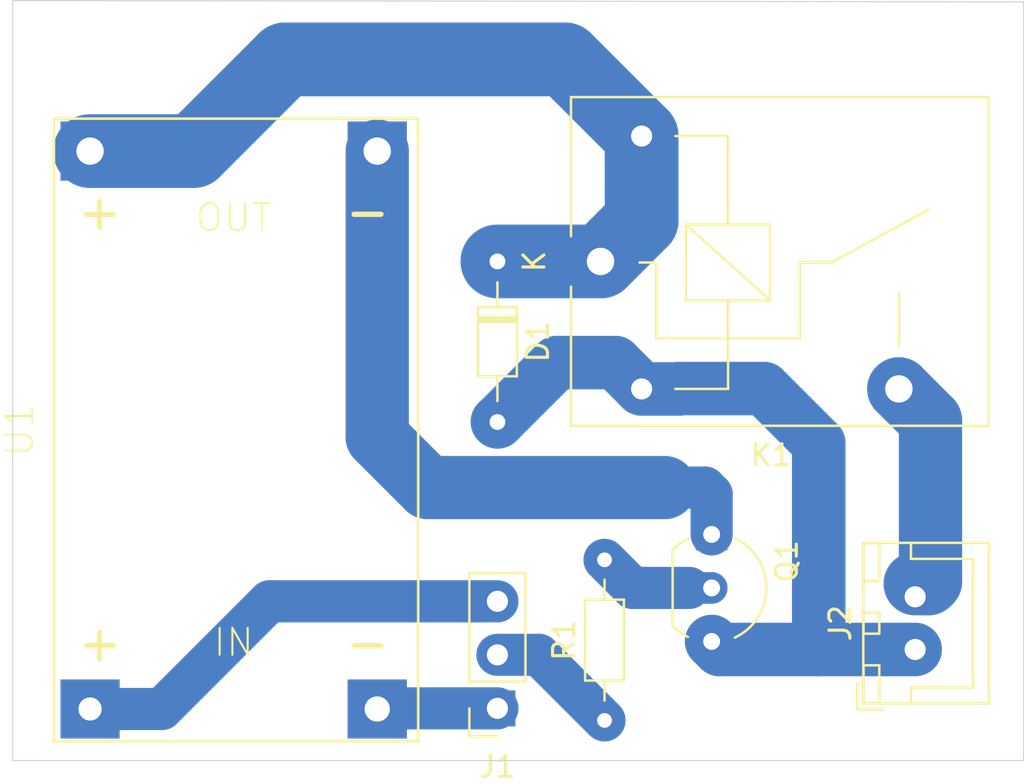
<source format=kicad_pcb>
(kicad_pcb (version 20171130) (host pcbnew "(5.1.0)-1")

  (general
    (thickness 1.6)
    (drawings 4)
    (tracks 41)
    (zones 0)
    (modules 7)
    (nets 9)
  )

  (page A4)
  (layers
    (0 F.Cu signal)
    (31 B.Cu signal)
    (32 B.Adhes user)
    (33 F.Adhes user)
    (34 B.Paste user)
    (35 F.Paste user)
    (36 B.SilkS user)
    (37 F.SilkS user)
    (38 B.Mask user)
    (39 F.Mask user)
    (40 Dwgs.User user)
    (41 Cmts.User user)
    (42 Eco1.User user)
    (43 Eco2.User user)
    (44 Edge.Cuts user)
    (45 Margin user)
    (46 B.CrtYd user)
    (47 F.CrtYd user)
    (48 B.Fab user)
    (49 F.Fab user hide)
  )

  (setup
    (last_trace_width 0.25)
    (user_trace_width 1)
    (user_trace_width 1.5)
    (user_trace_width 2)
    (user_trace_width 2.54)
    (user_trace_width 3)
    (user_trace_width 3.5)
    (trace_clearance 0.35)
    (zone_clearance 0.508)
    (zone_45_only no)
    (trace_min 0.2)
    (via_size 0.8)
    (via_drill 0.4)
    (via_min_size 0.4)
    (via_min_drill 0.3)
    (uvia_size 0.3)
    (uvia_drill 0.1)
    (uvias_allowed no)
    (uvia_min_size 0.2)
    (uvia_min_drill 0.1)
    (edge_width 0.05)
    (segment_width 0.2)
    (pcb_text_width 0.3)
    (pcb_text_size 1.5 1.5)
    (mod_edge_width 0.12)
    (mod_text_size 1 1)
    (mod_text_width 0.15)
    (pad_size 1.524 1.524)
    (pad_drill 0.762)
    (pad_to_mask_clearance 0.051)
    (solder_mask_min_width 0.25)
    (aux_axis_origin 0 0)
    (visible_elements 7FFFFFFF)
    (pcbplotparams
      (layerselection 0x010fc_ffffffff)
      (usegerberextensions false)
      (usegerberattributes false)
      (usegerberadvancedattributes false)
      (creategerberjobfile false)
      (excludeedgelayer true)
      (linewidth 0.500000)
      (plotframeref false)
      (viasonmask false)
      (mode 1)
      (useauxorigin false)
      (hpglpennumber 1)
      (hpglpenspeed 20)
      (hpglpendiameter 15.000000)
      (psnegative false)
      (psa4output false)
      (plotreference true)
      (plotvalue true)
      (plotinvisibletext false)
      (padsonsilk false)
      (subtractmaskfromsilk false)
      (outputformat 1)
      (mirror false)
      (drillshape 1)
      (scaleselection 1)
      (outputdirectory ""))
  )

  (net 0 "")
  (net 1 +12V)
  (net 2 /RelayGND)
  (net 3 GND)
  (net 4 /SignalIn)
  (net 5 +5V)
  (net 6 /RelayOut)
  (net 7 "Net-(Q1-Pad2)")
  (net 8 /InGND)

  (net_class Default "This is the default net class."
    (clearance 0.35)
    (trace_width 0.25)
    (via_dia 0.8)
    (via_drill 0.4)
    (uvia_dia 0.3)
    (uvia_drill 0.1)
    (add_net +12V)
    (add_net +5V)
    (add_net /InGND)
    (add_net /RelayGND)
    (add_net /RelayOut)
    (add_net /SignalIn)
    (add_net GND)
    (add_net "Net-(Q1-Pad2)")
  )

  (module Package_TO_SOT_THT:TO-92_Inline_Wide (layer F.Cu) (tedit 5A02FF81) (tstamp 5E60EE04)
    (at 162.941 102.235 270)
    (descr "TO-92 leads in-line, wide, drill 0.75mm (see NXP sot054_po.pdf)")
    (tags "to-92 sc-43 sc-43a sot54 PA33 transistor")
    (path /5E61DE4C)
    (fp_text reference Q1 (at 1.27 -3.56 270) (layer F.SilkS)
      (effects (font (size 1 1) (thickness 0.15)))
    )
    (fp_text value 2N7000 (at 1.27 2.79 270) (layer F.Fab)
      (effects (font (size 1 1) (thickness 0.15)))
    )
    (fp_text user %R (at 1.27 -3.56 270) (layer F.Fab)
      (effects (font (size 1 1) (thickness 0.15)))
    )
    (fp_line (start 0.74 1.85) (end 4.34 1.85) (layer F.SilkS) (width 0.12))
    (fp_line (start 0.8 1.75) (end 4.3 1.75) (layer F.Fab) (width 0.1))
    (fp_line (start -1.01 -2.73) (end 6.09 -2.73) (layer F.CrtYd) (width 0.05))
    (fp_line (start -1.01 -2.73) (end -1.01 2.01) (layer F.CrtYd) (width 0.05))
    (fp_line (start 6.09 2.01) (end 6.09 -2.73) (layer F.CrtYd) (width 0.05))
    (fp_line (start 6.09 2.01) (end -1.01 2.01) (layer F.CrtYd) (width 0.05))
    (fp_arc (start 2.54 0) (end 0.74 1.85) (angle 20) (layer F.SilkS) (width 0.12))
    (fp_arc (start 2.54 0) (end 2.54 -2.6) (angle -65) (layer F.SilkS) (width 0.12))
    (fp_arc (start 2.54 0) (end 2.54 -2.6) (angle 65) (layer F.SilkS) (width 0.12))
    (fp_arc (start 2.54 0) (end 2.54 -2.48) (angle 135) (layer F.Fab) (width 0.1))
    (fp_arc (start 2.54 0) (end 2.54 -2.48) (angle -135) (layer F.Fab) (width 0.1))
    (fp_arc (start 2.54 0) (end 4.34 1.85) (angle -20) (layer F.SilkS) (width 0.12))
    (pad 2 thru_hole circle (at 2.54 0) (size 1.5 1.5) (drill 0.8) (layers *.Cu *.Mask)
      (net 7 "Net-(Q1-Pad2)"))
    (pad 3 thru_hole circle (at 5.08 0) (size 1.5 1.5) (drill 0.8) (layers *.Cu *.Mask)
      (net 2 /RelayGND))
    (pad 1 thru_hole rect (at 0 0) (size 1.5 1.5) (drill 0.8) (layers *.Cu *.Mask)
      (net 3 GND))
    (model ${KISYS3DMOD}/Package_TO_SOT_THT.3dshapes/TO-92_Inline_Wide.wrl
      (at (xyz 0 0 0))
      (scale (xyz 1 1 1))
      (rotate (xyz 0 0 0))
    )
  )

  (module Diode_THT:D_DO-34_SOD68_P7.62mm_Horizontal (layer F.Cu) (tedit 5AE50CD5) (tstamp 5E60ED8B)
    (at 152.781 89.281 270)
    (descr "Diode, DO-34_SOD68 series, Axial, Horizontal, pin pitch=7.62mm, , length*diameter=3.04*1.6mm^2, , https://www.nxp.com/docs/en/data-sheet/KTY83_SER.pdf")
    (tags "Diode DO-34_SOD68 series Axial Horizontal pin pitch 7.62mm  length 3.04mm diameter 1.6mm")
    (path /5E61BE09)
    (fp_text reference D1 (at 3.81 -1.92 270) (layer F.SilkS)
      (effects (font (size 1 1) (thickness 0.15)))
    )
    (fp_text value D (at 3.81 1.92 270) (layer F.Fab)
      (effects (font (size 1 1) (thickness 0.15)))
    )
    (fp_line (start 2.29 -0.8) (end 2.29 0.8) (layer F.Fab) (width 0.1))
    (fp_line (start 2.29 0.8) (end 5.33 0.8) (layer F.Fab) (width 0.1))
    (fp_line (start 5.33 0.8) (end 5.33 -0.8) (layer F.Fab) (width 0.1))
    (fp_line (start 5.33 -0.8) (end 2.29 -0.8) (layer F.Fab) (width 0.1))
    (fp_line (start 0 0) (end 2.29 0) (layer F.Fab) (width 0.1))
    (fp_line (start 7.62 0) (end 5.33 0) (layer F.Fab) (width 0.1))
    (fp_line (start 2.746 -0.8) (end 2.746 0.8) (layer F.Fab) (width 0.1))
    (fp_line (start 2.846 -0.8) (end 2.846 0.8) (layer F.Fab) (width 0.1))
    (fp_line (start 2.646 -0.8) (end 2.646 0.8) (layer F.Fab) (width 0.1))
    (fp_line (start 2.17 -0.92) (end 2.17 0.92) (layer F.SilkS) (width 0.12))
    (fp_line (start 2.17 0.92) (end 5.45 0.92) (layer F.SilkS) (width 0.12))
    (fp_line (start 5.45 0.92) (end 5.45 -0.92) (layer F.SilkS) (width 0.12))
    (fp_line (start 5.45 -0.92) (end 2.17 -0.92) (layer F.SilkS) (width 0.12))
    (fp_line (start 0.99 0) (end 2.17 0) (layer F.SilkS) (width 0.12))
    (fp_line (start 6.63 0) (end 5.45 0) (layer F.SilkS) (width 0.12))
    (fp_line (start 2.746 -0.92) (end 2.746 0.92) (layer F.SilkS) (width 0.12))
    (fp_line (start 2.866 -0.92) (end 2.866 0.92) (layer F.SilkS) (width 0.12))
    (fp_line (start 2.626 -0.92) (end 2.626 0.92) (layer F.SilkS) (width 0.12))
    (fp_line (start -1 -1.05) (end -1 1.05) (layer F.CrtYd) (width 0.05))
    (fp_line (start -1 1.05) (end 8.63 1.05) (layer F.CrtYd) (width 0.05))
    (fp_line (start 8.63 1.05) (end 8.63 -1.05) (layer F.CrtYd) (width 0.05))
    (fp_line (start 8.63 -1.05) (end -1 -1.05) (layer F.CrtYd) (width 0.05))
    (fp_text user %R (at 4.038 0 270) (layer F.Fab)
      (effects (font (size 0.608 0.608) (thickness 0.0912)))
    )
    (fp_text user K (at 0 -1.75 270) (layer F.Fab)
      (effects (font (size 1 1) (thickness 0.15)))
    )
    (fp_text user K (at 0 -1.75 270) (layer F.SilkS)
      (effects (font (size 1 1) (thickness 0.15)))
    )
    (pad 1 thru_hole rect (at 0 0 270) (size 1.5 1.5) (drill 0.75) (layers *.Cu *.Mask)
      (net 1 +12V))
    (pad 2 thru_hole oval (at 7.62 0 270) (size 1.5 1.5) (drill 0.75) (layers *.Cu *.Mask)
      (net 2 /RelayGND))
    (model ${KISYS3DMOD}/Diode_THT.3dshapes/D_DO-34_SOD68_P7.62mm_Horizontal.wrl
      (at (xyz 0 0 0))
      (scale (xyz 1 1 1))
      (rotate (xyz 0 0 0))
    )
  )

  (module Connector_PinSocket_2.54mm:PinSocket_1x03_P2.54mm_Vertical (layer F.Cu) (tedit 5A19A429) (tstamp 5E61658F)
    (at 152.781 110.49 180)
    (descr "Through hole straight socket strip, 1x03, 2.54mm pitch, single row (from Kicad 4.0.7), script generated")
    (tags "Through hole socket strip THT 1x03 2.54mm single row")
    (path /5E60F059)
    (fp_text reference J1 (at 0 -2.77 180) (layer F.SilkS)
      (effects (font (size 1 1) (thickness 0.15)))
    )
    (fp_text value "RPi In" (at 0 7.85 180) (layer F.Fab)
      (effects (font (size 1 1) (thickness 0.15)))
    )
    (fp_line (start -1.27 -1.27) (end 0.635 -1.27) (layer F.Fab) (width 0.1))
    (fp_line (start 0.635 -1.27) (end 1.27 -0.635) (layer F.Fab) (width 0.1))
    (fp_line (start 1.27 -0.635) (end 1.27 6.35) (layer F.Fab) (width 0.1))
    (fp_line (start 1.27 6.35) (end -1.27 6.35) (layer F.Fab) (width 0.1))
    (fp_line (start -1.27 6.35) (end -1.27 -1.27) (layer F.Fab) (width 0.1))
    (fp_line (start -1.33 1.27) (end 1.33 1.27) (layer F.SilkS) (width 0.12))
    (fp_line (start -1.33 1.27) (end -1.33 6.41) (layer F.SilkS) (width 0.12))
    (fp_line (start -1.33 6.41) (end 1.33 6.41) (layer F.SilkS) (width 0.12))
    (fp_line (start 1.33 1.27) (end 1.33 6.41) (layer F.SilkS) (width 0.12))
    (fp_line (start 1.33 -1.33) (end 1.33 0) (layer F.SilkS) (width 0.12))
    (fp_line (start 0 -1.33) (end 1.33 -1.33) (layer F.SilkS) (width 0.12))
    (fp_line (start -1.8 -1.8) (end 1.75 -1.8) (layer F.CrtYd) (width 0.05))
    (fp_line (start 1.75 -1.8) (end 1.75 6.85) (layer F.CrtYd) (width 0.05))
    (fp_line (start 1.75 6.85) (end -1.8 6.85) (layer F.CrtYd) (width 0.05))
    (fp_line (start -1.8 6.85) (end -1.8 -1.8) (layer F.CrtYd) (width 0.05))
    (fp_text user %R (at 0 2.54 270) (layer F.Fab)
      (effects (font (size 1 1) (thickness 0.15)))
    )
    (pad 1 thru_hole rect (at 0 0 180) (size 1.7 1.7) (drill 1) (layers *.Cu *.Mask)
      (net 8 /InGND))
    (pad 2 thru_hole oval (at 0 2.54 180) (size 1.7 1.7) (drill 1) (layers *.Cu *.Mask)
      (net 4 /SignalIn))
    (pad 3 thru_hole oval (at 0 5.08 180) (size 1.7 1.7) (drill 1) (layers *.Cu *.Mask)
      (net 5 +5V))
    (model ${KISYS3DMOD}/Connector_PinSocket_2.54mm.3dshapes/PinSocket_1x03_P2.54mm_Vertical.wrl
      (at (xyz 0 0 0))
      (scale (xyz 1 1 1))
      (rotate (xyz 0 0 0))
    )
  )

  (module Connector_JST:JST_XH_B2B-XH-A_1x02_P2.50mm_Vertical (layer F.Cu) (tedit 5C28146C) (tstamp 5E60F57C)
    (at 172.593 107.696 90)
    (descr "JST XH series connector, B2B-XH-A (http://www.jst-mfg.com/product/pdf/eng/eXH.pdf), generated with kicad-footprint-generator")
    (tags "connector JST XH vertical")
    (path /5E623F6F)
    (fp_text reference J2 (at 1.25 -3.55 90) (layer F.SilkS)
      (effects (font (size 1 1) (thickness 0.15)))
    )
    (fp_text value "LED Out" (at 1.25 4.6 90) (layer F.Fab)
      (effects (font (size 1 1) (thickness 0.15)))
    )
    (fp_line (start -2.45 -2.35) (end -2.45 3.4) (layer F.Fab) (width 0.1))
    (fp_line (start -2.45 3.4) (end 4.95 3.4) (layer F.Fab) (width 0.1))
    (fp_line (start 4.95 3.4) (end 4.95 -2.35) (layer F.Fab) (width 0.1))
    (fp_line (start 4.95 -2.35) (end -2.45 -2.35) (layer F.Fab) (width 0.1))
    (fp_line (start -2.56 -2.46) (end -2.56 3.51) (layer F.SilkS) (width 0.12))
    (fp_line (start -2.56 3.51) (end 5.06 3.51) (layer F.SilkS) (width 0.12))
    (fp_line (start 5.06 3.51) (end 5.06 -2.46) (layer F.SilkS) (width 0.12))
    (fp_line (start 5.06 -2.46) (end -2.56 -2.46) (layer F.SilkS) (width 0.12))
    (fp_line (start -2.95 -2.85) (end -2.95 3.9) (layer F.CrtYd) (width 0.05))
    (fp_line (start -2.95 3.9) (end 5.45 3.9) (layer F.CrtYd) (width 0.05))
    (fp_line (start 5.45 3.9) (end 5.45 -2.85) (layer F.CrtYd) (width 0.05))
    (fp_line (start 5.45 -2.85) (end -2.95 -2.85) (layer F.CrtYd) (width 0.05))
    (fp_line (start -0.625 -2.35) (end 0 -1.35) (layer F.Fab) (width 0.1))
    (fp_line (start 0 -1.35) (end 0.625 -2.35) (layer F.Fab) (width 0.1))
    (fp_line (start 0.75 -2.45) (end 0.75 -1.7) (layer F.SilkS) (width 0.12))
    (fp_line (start 0.75 -1.7) (end 1.75 -1.7) (layer F.SilkS) (width 0.12))
    (fp_line (start 1.75 -1.7) (end 1.75 -2.45) (layer F.SilkS) (width 0.12))
    (fp_line (start 1.75 -2.45) (end 0.75 -2.45) (layer F.SilkS) (width 0.12))
    (fp_line (start -2.55 -2.45) (end -2.55 -1.7) (layer F.SilkS) (width 0.12))
    (fp_line (start -2.55 -1.7) (end -0.75 -1.7) (layer F.SilkS) (width 0.12))
    (fp_line (start -0.75 -1.7) (end -0.75 -2.45) (layer F.SilkS) (width 0.12))
    (fp_line (start -0.75 -2.45) (end -2.55 -2.45) (layer F.SilkS) (width 0.12))
    (fp_line (start 3.25 -2.45) (end 3.25 -1.7) (layer F.SilkS) (width 0.12))
    (fp_line (start 3.25 -1.7) (end 5.05 -1.7) (layer F.SilkS) (width 0.12))
    (fp_line (start 5.05 -1.7) (end 5.05 -2.45) (layer F.SilkS) (width 0.12))
    (fp_line (start 5.05 -2.45) (end 3.25 -2.45) (layer F.SilkS) (width 0.12))
    (fp_line (start -2.55 -0.2) (end -1.8 -0.2) (layer F.SilkS) (width 0.12))
    (fp_line (start -1.8 -0.2) (end -1.8 2.75) (layer F.SilkS) (width 0.12))
    (fp_line (start -1.8 2.75) (end 1.25 2.75) (layer F.SilkS) (width 0.12))
    (fp_line (start 5.05 -0.2) (end 4.3 -0.2) (layer F.SilkS) (width 0.12))
    (fp_line (start 4.3 -0.2) (end 4.3 2.75) (layer F.SilkS) (width 0.12))
    (fp_line (start 4.3 2.75) (end 1.25 2.75) (layer F.SilkS) (width 0.12))
    (fp_line (start -1.6 -2.75) (end -2.85 -2.75) (layer F.SilkS) (width 0.12))
    (fp_line (start -2.85 -2.75) (end -2.85 -1.5) (layer F.SilkS) (width 0.12))
    (fp_text user %R (at 1.25 2.7 90) (layer F.Fab)
      (effects (font (size 1 1) (thickness 0.15)))
    )
    (pad 1 thru_hole roundrect (at 0 0 90) (size 1.7 2) (drill 1) (layers *.Cu *.Mask) (roundrect_rratio 0.147059)
      (net 2 /RelayGND))
    (pad 2 thru_hole oval (at 2.5 0 90) (size 1.7 2) (drill 1) (layers *.Cu *.Mask)
      (net 6 /RelayOut))
    (model ${KISYS3DMOD}/Connector_JST.3dshapes/JST_XH_B2B-XH-A_1x02_P2.50mm_Vertical.wrl
      (at (xyz 0 0 0))
      (scale (xyz 1 1 1))
      (rotate (xyz 0 0 0))
    )
  )

  (module Relay_THT:Relay_SPST_SANYOU_SRD_Series_Form_A (layer F.Cu) (tedit 58FA31A4) (tstamp 5E617C7D)
    (at 157.6705 89.281)
    (descr "relay Sanyou SRD series Form A http://www.sanyourelay.ca/public/products/pdf/SRD.pdf")
    (tags "relay Sanyu SRD form A")
    (path /5E60A803)
    (fp_text reference K1 (at 8.1 9.2) (layer F.SilkS)
      (effects (font (size 1 1) (thickness 0.15)))
    )
    (fp_text value SANYOU_SRD_Form_A (at 8 -9.6) (layer F.Fab)
      (effects (font (size 1 1) (thickness 0.15)))
    )
    (fp_line (start -1.4 1.2) (end -1.4 7.8) (layer F.SilkS) (width 0.12))
    (fp_line (start -1.4 -7.8) (end -1.4 -1.2) (layer F.SilkS) (width 0.12))
    (fp_line (start -1.4 -7.8) (end 18.4 -7.8) (layer F.SilkS) (width 0.12))
    (fp_line (start 18.4 -7.8) (end 18.4 7.8) (layer F.SilkS) (width 0.12))
    (fp_line (start 18.4 7.8) (end -1.4 7.8) (layer F.SilkS) (width 0.12))
    (fp_text user 1 (at 0 -2.3) (layer F.Fab)
      (effects (font (size 1 1) (thickness 0.15)))
    )
    (fp_line (start -1.3 -7.7) (end 18.3 -7.7) (layer F.Fab) (width 0.12))
    (fp_line (start 18.3 -7.7) (end 18.3 7.7) (layer F.Fab) (width 0.12))
    (fp_line (start 18.3 7.7) (end -1.3 7.7) (layer F.Fab) (width 0.12))
    (fp_line (start -1.3 7.7) (end -1.3 -7.7) (layer F.Fab) (width 0.12))
    (fp_text user %R (at 7.1 0.025) (layer F.Fab)
      (effects (font (size 1 1) (thickness 0.15)))
    )
    (fp_line (start 18.55 -7.95) (end -1.55 -7.95) (layer F.CrtYd) (width 0.05))
    (fp_line (start -1.55 7.95) (end -1.55 -7.95) (layer F.CrtYd) (width 0.05))
    (fp_line (start 18.55 -7.95) (end 18.55 7.95) (layer F.CrtYd) (width 0.05))
    (fp_line (start -1.55 7.95) (end 18.55 7.95) (layer F.CrtYd) (width 0.05))
    (fp_line (start 14.15 1.5) (end 14.15 4) (layer F.SilkS) (width 0.12))
    (fp_line (start 3.55 6.05) (end 6.05 6.05) (layer F.SilkS) (width 0.12))
    (fp_line (start 2.65 0.05) (end 1.85 0.05) (layer F.SilkS) (width 0.12))
    (fp_line (start 6.05 -5.95) (end 3.55 -5.95) (layer F.SilkS) (width 0.12))
    (fp_line (start 9.45 0.05) (end 10.95 0.05) (layer F.SilkS) (width 0.12))
    (fp_line (start 10.95 0.05) (end 15.55 -2.45) (layer F.SilkS) (width 0.12))
    (fp_line (start 9.45 3.65) (end 2.65 3.65) (layer F.SilkS) (width 0.12))
    (fp_line (start 9.45 0.05) (end 9.45 3.65) (layer F.SilkS) (width 0.12))
    (fp_line (start 2.65 0.05) (end 2.65 3.65) (layer F.SilkS) (width 0.12))
    (fp_line (start 6.05 -5.95) (end 6.05 -1.75) (layer F.SilkS) (width 0.12))
    (fp_line (start 6.05 1.85) (end 6.05 6.05) (layer F.SilkS) (width 0.12))
    (fp_line (start 8.05 1.85) (end 4.05 -1.75) (layer F.SilkS) (width 0.12))
    (fp_line (start 4.05 1.85) (end 4.05 -1.75) (layer F.SilkS) (width 0.12))
    (fp_line (start 4.05 -1.75) (end 8.05 -1.75) (layer F.SilkS) (width 0.12))
    (fp_line (start 8.05 -1.75) (end 8.05 1.85) (layer F.SilkS) (width 0.12))
    (fp_line (start 8.05 1.85) (end 4.05 1.85) (layer F.SilkS) (width 0.12))
    (pad 2 thru_hole circle (at 1.95 6.05 90) (size 2.5 2.5) (drill 1) (layers *.Cu *.Mask)
      (net 2 /RelayGND))
    (pad 3 thru_hole circle (at 14.15 6.05 90) (size 3 3) (drill 1.3) (layers *.Cu *.Mask)
      (net 6 /RelayOut))
    (pad 5 thru_hole circle (at 1.95 -5.95 90) (size 2.5 2.5) (drill 1) (layers *.Cu *.Mask)
      (net 1 +12V))
    (pad 1 thru_hole circle (at 0 0 90) (size 3 3) (drill 1.3) (layers *.Cu *.Mask)
      (net 1 +12V))
    (model C:/Developer/Kicad/3dshapes/Lord.3dshapes/SRD-12VDC-SL-A.step
      (offset (xyz 2 -6 0))
      (scale (xyz 1 1 1))
      (rotate (xyz 0 0 180))
    )
  )

  (module Resistor_THT:R_Axial_DIN0204_L3.6mm_D1.6mm_P7.62mm_Horizontal (layer F.Cu) (tedit 5AE5139B) (tstamp 5E60EE1B)
    (at 157.861 111.0615 90)
    (descr "Resistor, Axial_DIN0204 series, Axial, Horizontal, pin pitch=7.62mm, 0.167W, length*diameter=3.6*1.6mm^2, http://cdn-reichelt.de/documents/datenblatt/B400/1_4W%23YAG.pdf")
    (tags "Resistor Axial_DIN0204 series Axial Horizontal pin pitch 7.62mm 0.167W length 3.6mm diameter 1.6mm")
    (path /5E61AC8F)
    (fp_text reference R1 (at 3.81 -1.92 90) (layer F.SilkS)
      (effects (font (size 1 1) (thickness 0.15)))
    )
    (fp_text value "R 10K" (at 3.81 1.92 90) (layer F.Fab)
      (effects (font (size 1 1) (thickness 0.15)))
    )
    (fp_line (start 2.01 -0.8) (end 2.01 0.8) (layer F.Fab) (width 0.1))
    (fp_line (start 2.01 0.8) (end 5.61 0.8) (layer F.Fab) (width 0.1))
    (fp_line (start 5.61 0.8) (end 5.61 -0.8) (layer F.Fab) (width 0.1))
    (fp_line (start 5.61 -0.8) (end 2.01 -0.8) (layer F.Fab) (width 0.1))
    (fp_line (start 0 0) (end 2.01 0) (layer F.Fab) (width 0.1))
    (fp_line (start 7.62 0) (end 5.61 0) (layer F.Fab) (width 0.1))
    (fp_line (start 1.89 -0.92) (end 1.89 0.92) (layer F.SilkS) (width 0.12))
    (fp_line (start 1.89 0.92) (end 5.73 0.92) (layer F.SilkS) (width 0.12))
    (fp_line (start 5.73 0.92) (end 5.73 -0.92) (layer F.SilkS) (width 0.12))
    (fp_line (start 5.73 -0.92) (end 1.89 -0.92) (layer F.SilkS) (width 0.12))
    (fp_line (start 0.94 0) (end 1.89 0) (layer F.SilkS) (width 0.12))
    (fp_line (start 6.68 0) (end 5.73 0) (layer F.SilkS) (width 0.12))
    (fp_line (start -0.95 -1.05) (end -0.95 1.05) (layer F.CrtYd) (width 0.05))
    (fp_line (start -0.95 1.05) (end 8.57 1.05) (layer F.CrtYd) (width 0.05))
    (fp_line (start 8.57 1.05) (end 8.57 -1.05) (layer F.CrtYd) (width 0.05))
    (fp_line (start 8.57 -1.05) (end -0.95 -1.05) (layer F.CrtYd) (width 0.05))
    (fp_text user %R (at 3.81 0 90) (layer F.Fab)
      (effects (font (size 0.72 0.72) (thickness 0.108)))
    )
    (pad 1 thru_hole circle (at 0 0 90) (size 1.4 1.4) (drill 0.7) (layers *.Cu *.Mask)
      (net 4 /SignalIn))
    (pad 2 thru_hole oval (at 7.62 0 90) (size 1.4 1.4) (drill 0.7) (layers *.Cu *.Mask)
      (net 7 "Net-(Q1-Pad2)"))
    (model ${KISYS3DMOD}/Resistor_THT.3dshapes/R_Axial_DIN0204_L3.6mm_D1.6mm_P7.62mm_Horizontal.wrl
      (at (xyz 0 0 0))
      (scale (xyz 1 1 1))
      (rotate (xyz 0 0 0))
    )
  )

  (module My:DC-DC-STEP-UP-MT3608 (layer F.Cu) (tedit 200000) (tstamp 5E617C0A)
    (at 140.2715 97.282 90)
    (descr "DC/DC STEP-UP REGULATOR BASED ON MT3608 CHIP")
    (tags "DC/DC STEP-UP REGULATOR BASED ON MT3608 CHIP")
    (path /5E615D4A)
    (attr virtual)
    (fp_text reference U1 (at 0 -10.16 90) (layer F.SilkS)
      (effects (font (size 1.27 1.27) (thickness 0.1016)))
    )
    (fp_text value DC-DC-STEP-UP-MT3608 (at 0 10.16 90) (layer F.Fab)
      (effects (font (size 1.27 1.27) (thickness 0.1016)))
    )
    (fp_text user OUT (at 10.07872 0 180) (layer F.SilkS)
      (effects (font (size 1.27 1.27) (thickness 0.1016)))
    )
    (fp_text user IN (at -10.07872 0 180) (layer F.SilkS)
      (effects (font (size 1.27 1.27) (thickness 0.1016)))
    )
    (fp_line (start -10.87374 -6.35) (end -9.60374 -6.35) (layer F.SilkS) (width 0.254))
    (fp_line (start -10.23874 5.715) (end -10.23874 6.985) (layer F.SilkS) (width 0.254))
    (fp_line (start 10.23874 -5.715) (end 10.23874 -6.985) (layer F.SilkS) (width 0.254))
    (fp_line (start -10.23874 -5.715) (end -10.23874 -6.985) (layer F.SilkS) (width 0.254))
    (fp_line (start 9.60374 -6.35) (end 10.87374 -6.35) (layer F.SilkS) (width 0.254))
    (fp_line (start 10.23874 5.715) (end 10.23874 6.985) (layer F.SilkS) (width 0.254))
    (fp_line (start -14.77772 8.75284) (end -14.77772 -8.52424) (layer F.SilkS) (width 0.127))
    (fp_line (start 14.77772 8.75284) (end -14.77772 8.75284) (layer F.SilkS) (width 0.127))
    (fp_line (start 14.77772 -8.52424) (end 14.77772 8.75284) (layer F.SilkS) (width 0.127))
    (fp_line (start -14.77772 -8.52424) (end 14.77772 -8.52424) (layer F.SilkS) (width 0.127))
    (pad OUT- thru_hole rect (at 13.23848 6.80974 90) (size 2.79908 2.79908) (drill 1.29794) (layers *.Cu *.Paste *.Mask)
      (net 3 GND))
    (pad OUT+ thru_hole rect (at 13.23848 -6.80974 90) (size 2.79908 2.79908) (drill 1.29794) (layers *.Cu *.Paste *.Mask)
      (net 1 +12V))
    (pad IN- thru_hole rect (at -13.23848 6.80974 90) (size 2.79908 2.79908) (drill 1.19888) (layers *.Cu *.Paste *.Mask)
      (net 8 /InGND))
    (pad IN+ thru_hole rect (at -13.23848 -6.80974 90) (size 2.79908 2.79908) (drill 1.09982) (layers *.Cu *.Paste *.Mask)
      (net 5 +5V))
    (model C:/Developer/Kicad/3dshapes/Lord.3dshapes/mt3608.step
      (offset (xyz 14.5 -8.5 0))
      (scale (xyz 1 1 1))
      (rotate (xyz 0 0 0))
    )
  )

  (gr_line (start 177.7365 112.9665) (end 177.7365 76.962) (layer Edge.Cuts) (width 0.05) (tstamp 5E6129E2))
  (gr_line (start 129.794 76.8985) (end 129.794 112.9665) (layer Edge.Cuts) (width 0.05) (tstamp 5E6129E1))
  (gr_line (start 129.794 76.8985) (end 177.7365 76.962) (layer Edge.Cuts) (width 0.05))
  (gr_line (start 177.7365 112.9665) (end 129.794 112.9665) (layer Edge.Cuts) (width 0.05) (tstamp 5E60FB3E))

  (segment (start 138.3613 84.04352) (end 142.71232 79.6925) (width 3.5) (layer B.Cu) (net 1))
  (segment (start 133.46176 84.04352) (end 138.3613 84.04352) (width 3.5) (layer B.Cu) (net 1))
  (segment (start 155.982 79.6925) (end 159.6205 83.331) (width 3.5) (layer B.Cu) (net 1))
  (segment (start 142.71232 79.6925) (end 155.982 79.6925) (width 3.5) (layer B.Cu) (net 1))
  (segment (start 159.6205 87.331) (end 157.6705 89.281) (width 3.5) (layer B.Cu) (net 1))
  (segment (start 159.6205 83.331) (end 159.6205 87.331) (width 3.5) (layer B.Cu) (net 1))
  (segment (start 157.6705 89.281) (end 152.781 89.281) (width 3.5) (layer B.Cu) (net 1))
  (segment (start 162.941 107.315) (end 163.322 107.696) (width 2.54) (layer B.Cu) (net 2))
  (segment (start 152.78951 96.89249) (end 152.781 96.89249) (width 2.54) (layer B.Cu) (net 2))
  (segment (start 155.600999 94.081001) (end 152.78951 96.89249) (width 2.54) (layer B.Cu) (net 2))
  (segment (start 159.6205 95.331) (end 158.370501 94.081001) (width 2.54) (layer B.Cu) (net 2))
  (segment (start 158.370501 94.081001) (end 155.600999 94.081001) (width 2.54) (layer B.Cu) (net 2))
  (segment (start 161.388266 95.331) (end 161.405766 95.3135) (width 2.54) (layer B.Cu) (net 2))
  (segment (start 159.6205 95.331) (end 161.388266 95.331) (width 2.54) (layer B.Cu) (net 2))
  (segment (start 161.405766 95.3135) (end 165.4175 95.3135) (width 2.54) (layer B.Cu) (net 2))
  (segment (start 165.4175 95.3135) (end 168.021 97.917) (width 2.54) (layer B.Cu) (net 2))
  (segment (start 168.021 103.0467) (end 168.021 107.696) (width 2.54) (layer B.Cu) (net 2))
  (segment (start 168.021 97.917) (end 168.021 103.0467) (width 2.54) (layer B.Cu) (net 2))
  (segment (start 163.322 107.696) (end 168.021 107.696) (width 2.54) (layer B.Cu) (net 2))
  (segment (start 168.021 107.696) (end 172.593 107.696) (width 2.54) (layer B.Cu) (net 2))
  (segment (start 147.08124 84.04352) (end 147.08124 97.61474) (width 3) (layer B.Cu) (net 3))
  (segment (start 147.08124 97.61474) (end 149.479 100.0125) (width 3) (layer B.Cu) (net 3))
  (segment (start 149.479 100.0125) (end 160.7185 100.0125) (width 3) (layer B.Cu) (net 3))
  (segment (start 162.941 102.235) (end 162.941 100.33) (width 2) (layer B.Cu) (net 3))
  (segment (start 162.6235 100.0125) (end 160.7185 100.0125) (width 2) (layer B.Cu) (net 3))
  (segment (start 162.941 100.33) (end 162.6235 100.0125) (width 2) (layer B.Cu) (net 3))
  (segment (start 154.7495 107.95) (end 152.781 107.95) (width 2) (layer B.Cu) (net 4))
  (segment (start 157.861 111.0615) (end 154.7495 107.95) (width 2) (layer B.Cu) (net 4))
  (segment (start 151.578919 105.41) (end 152.781 105.41) (width 2) (layer B.Cu) (net 5))
  (segment (start 141.97178 105.41) (end 151.578919 105.41) (width 2) (layer B.Cu) (net 5))
  (segment (start 136.8613 110.52048) (end 141.97178 105.41) (width 2) (layer B.Cu) (net 5))
  (segment (start 133.46176 110.52048) (end 136.8613 110.52048) (width 2) (layer B.Cu) (net 5))
  (segment (start 173.21301 104.57599) (end 172.593 104.57599) (width 3) (layer B.Cu) (net 6))
  (segment (start 173.320499 104.468501) (end 173.21301 104.57599) (width 3) (layer B.Cu) (net 6))
  (segment (start 171.8205 95.331) (end 173.320499 96.830999) (width 3) (layer B.Cu) (net 6))
  (segment (start 173.320499 96.830999) (end 173.320499 104.468501) (width 3) (layer B.Cu) (net 6))
  (segment (start 162.941 104.775) (end 161.88034 104.775) (width 1.5) (layer B.Cu) (net 7))
  (segment (start 159.1945 104.775) (end 161.88034 104.775) (width 2) (layer B.Cu) (net 7))
  (segment (start 157.861 103.4415) (end 159.1945 104.775) (width 2) (layer B.Cu) (net 7))
  (segment (start 147.11172 110.49) (end 147.08124 110.52048) (width 2) (layer B.Cu) (net 8))
  (segment (start 152.781 110.49) (end 147.11172 110.49) (width 2) (layer B.Cu) (net 8))

)

</source>
